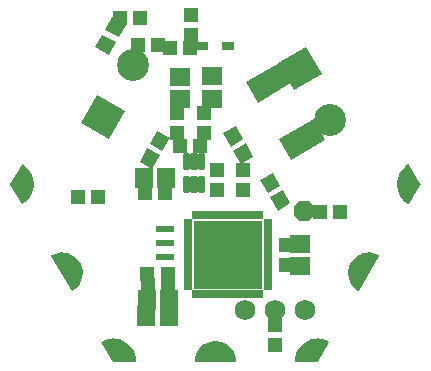
<source format=gbr>
G04 EAGLE Gerber RS-274X export*
G75*
%MOMM*%
%FSLAX34Y34*%
%LPD*%
%INSoldermask Bottom*%
%IPPOS*%
%AMOC8*
5,1,8,0,0,1.08239X$1,22.5*%
G01*
%ADD10R,1.303200X1.203200*%
%ADD11R,1.503200X1.703200*%
%ADD12R,1.603197X0.603200*%
%ADD13R,1.703200X1.503200*%
%ADD14R,1.203200X1.303200*%
%ADD15R,2.703200X2.703200*%
%ADD16C,2.703200*%
%ADD17C,0.301600*%
%ADD18R,1.003200X0.703200*%
%ADD19C,1.203200*%
%ADD20C,1.727200*%
%ADD21P,1.869504X8X22.500000*%
%ADD22R,0.753200X0.500381*%
%ADD23R,0.500381X0.753200*%
%ADD24R,5.803200X5.803200*%
%ADD25R,2.003200X3.403200*%

G36*
X16870Y160D02*
X16870Y160D01*
X16899Y158D01*
X16966Y180D01*
X17036Y194D01*
X17060Y211D01*
X17088Y220D01*
X17141Y266D01*
X17200Y307D01*
X17216Y331D01*
X17238Y350D01*
X17269Y414D01*
X17307Y474D01*
X17312Y503D01*
X17325Y529D01*
X17333Y628D01*
X17340Y670D01*
X17338Y681D01*
X17339Y695D01*
X17107Y3493D01*
X17097Y3526D01*
X17093Y3574D01*
X16404Y6296D01*
X16389Y6327D01*
X16377Y6374D01*
X15250Y8945D01*
X15230Y8974D01*
X15210Y9018D01*
X13675Y11368D01*
X13650Y11393D01*
X13624Y11434D01*
X11722Y13499D01*
X11694Y13520D01*
X11662Y13555D01*
X9446Y15280D01*
X9415Y15295D01*
X9377Y15325D01*
X6908Y16661D01*
X6874Y16671D01*
X6832Y16694D01*
X5646Y17101D01*
X4192Y17601D01*
X4177Y17606D01*
X4142Y17610D01*
X4097Y17626D01*
X1327Y18088D01*
X1293Y18087D01*
X1245Y18095D01*
X-1563Y18095D01*
X-1597Y18088D01*
X-1645Y18088D01*
X-4414Y17626D01*
X-4447Y17614D01*
X-4494Y17606D01*
X-7150Y16694D01*
X-7179Y16677D01*
X-7225Y16661D01*
X-9695Y15325D01*
X-9721Y15302D01*
X-9764Y15280D01*
X-11979Y13555D01*
X-12002Y13529D01*
X-12040Y13499D01*
X-13941Y11434D01*
X-13959Y11404D01*
X-13992Y11368D01*
X-15528Y9018D01*
X-15541Y8986D01*
X-15567Y8945D01*
X-16695Y6374D01*
X-16702Y6340D01*
X-16705Y6334D01*
X-16711Y6325D01*
X-16712Y6319D01*
X-16722Y6296D01*
X-17411Y3574D01*
X-17413Y3540D01*
X-17424Y3493D01*
X-17656Y695D01*
X-17653Y666D01*
X-17658Y637D01*
X-17641Y568D01*
X-17633Y498D01*
X-17618Y472D01*
X-17612Y444D01*
X-17570Y387D01*
X-17534Y325D01*
X-17511Y307D01*
X-17494Y284D01*
X-17433Y247D01*
X-17376Y204D01*
X-17348Y197D01*
X-17323Y182D01*
X-17225Y166D01*
X-17184Y155D01*
X-17172Y157D01*
X-17159Y155D01*
X16841Y155D01*
X16870Y160D01*
G37*
G36*
X-121552Y60464D02*
X-121552Y60464D01*
X-121481Y60461D01*
X-121454Y60471D01*
X-121425Y60473D01*
X-121334Y60515D01*
X-121295Y60530D01*
X-121287Y60538D01*
X-121274Y60544D01*
X-118970Y62143D01*
X-118946Y62168D01*
X-118907Y62196D01*
X-116898Y64153D01*
X-116878Y64181D01*
X-116844Y64215D01*
X-115184Y66476D01*
X-115170Y66507D01*
X-115141Y66546D01*
X-113877Y69049D01*
X-113867Y69082D01*
X-113846Y69125D01*
X-113010Y71803D01*
X-113007Y71837D01*
X-112992Y71883D01*
X-112609Y74661D01*
X-112611Y74696D01*
X-112604Y74744D01*
X-112683Y77547D01*
X-112691Y77581D01*
X-112693Y77629D01*
X-113232Y80381D01*
X-113245Y80413D01*
X-113255Y80460D01*
X-114240Y83086D01*
X-114255Y83111D01*
X-114260Y83131D01*
X-114268Y83141D01*
X-114275Y83161D01*
X-115679Y85589D01*
X-115702Y85615D01*
X-115726Y85656D01*
X-117510Y87820D01*
X-117537Y87842D01*
X-117568Y87879D01*
X-119684Y89719D01*
X-119714Y89737D01*
X-119750Y89768D01*
X-122140Y91235D01*
X-122173Y91247D01*
X-122214Y91273D01*
X-124813Y92326D01*
X-124847Y92333D01*
X-124892Y92351D01*
X-127629Y92962D01*
X-127663Y92963D01*
X-127710Y92973D01*
X-130511Y93126D01*
X-130545Y93121D01*
X-130593Y93124D01*
X-133380Y92813D01*
X-133413Y92803D01*
X-133461Y92798D01*
X-136159Y92033D01*
X-136190Y92017D01*
X-136237Y92004D01*
X-138772Y90805D01*
X-138796Y90788D01*
X-138823Y90777D01*
X-138874Y90729D01*
X-138931Y90686D01*
X-138946Y90661D01*
X-138967Y90641D01*
X-138996Y90576D01*
X-139032Y90514D01*
X-139035Y90485D01*
X-139047Y90459D01*
X-139048Y90388D01*
X-139057Y90317D01*
X-139049Y90289D01*
X-139049Y90260D01*
X-139014Y90167D01*
X-139003Y90126D01*
X-138996Y90117D01*
X-138991Y90104D01*
X-121991Y60704D01*
X-121972Y60682D01*
X-121959Y60656D01*
X-121906Y60608D01*
X-121859Y60555D01*
X-121833Y60542D01*
X-121811Y60523D01*
X-121744Y60500D01*
X-121680Y60469D01*
X-121651Y60468D01*
X-121623Y60459D01*
X-121552Y60464D01*
G37*
G36*
X121267Y60464D02*
X121267Y60464D01*
X121338Y60464D01*
X121365Y60475D01*
X121394Y60478D01*
X121456Y60513D01*
X121522Y60541D01*
X121542Y60561D01*
X121567Y60576D01*
X121631Y60652D01*
X121661Y60683D01*
X121665Y60693D01*
X121673Y60704D01*
X138673Y90104D01*
X138683Y90132D01*
X138699Y90155D01*
X138714Y90225D01*
X138737Y90292D01*
X138734Y90321D01*
X138741Y90350D01*
X138727Y90420D01*
X138721Y90491D01*
X138708Y90517D01*
X138702Y90545D01*
X138663Y90604D01*
X138630Y90667D01*
X138607Y90686D01*
X138591Y90710D01*
X138509Y90767D01*
X138477Y90794D01*
X138466Y90797D01*
X138455Y90805D01*
X135919Y92004D01*
X135885Y92012D01*
X135842Y92033D01*
X133144Y92798D01*
X133109Y92800D01*
X133063Y92813D01*
X130276Y93124D01*
X130241Y93121D01*
X130193Y93126D01*
X127393Y92973D01*
X127359Y92965D01*
X127311Y92962D01*
X124574Y92351D01*
X124543Y92337D01*
X124495Y92326D01*
X121896Y91273D01*
X121867Y91253D01*
X121823Y91235D01*
X119433Y89768D01*
X119407Y89745D01*
X119366Y89719D01*
X117250Y87879D01*
X117229Y87851D01*
X117193Y87820D01*
X115408Y85656D01*
X115392Y85626D01*
X115361Y85589D01*
X113957Y83161D01*
X113946Y83128D01*
X113939Y83115D01*
X113929Y83100D01*
X113929Y83098D01*
X113922Y83086D01*
X112937Y80460D01*
X112932Y80426D01*
X112915Y80381D01*
X112375Y77629D01*
X112375Y77594D01*
X112366Y77547D01*
X112287Y74744D01*
X112293Y74709D01*
X112291Y74661D01*
X112675Y71883D01*
X112686Y71850D01*
X112693Y71803D01*
X113528Y69125D01*
X113545Y69095D01*
X113559Y69049D01*
X114824Y66546D01*
X114845Y66519D01*
X114867Y66476D01*
X116526Y64215D01*
X116552Y64192D01*
X116580Y64153D01*
X118589Y62196D01*
X118618Y62177D01*
X118653Y62143D01*
X120957Y60544D01*
X120983Y60532D01*
X121006Y60514D01*
X121074Y60493D01*
X121139Y60465D01*
X121168Y60465D01*
X121196Y60457D01*
X121267Y60464D01*
G37*
G36*
X163568Y133664D02*
X163568Y133664D01*
X163639Y133664D01*
X163666Y133675D01*
X163695Y133679D01*
X163757Y133714D01*
X163823Y133741D01*
X163843Y133762D01*
X163868Y133776D01*
X163932Y133853D01*
X163961Y133884D01*
X163965Y133894D01*
X163974Y133905D01*
X173474Y150405D01*
X173484Y150436D01*
X173493Y150449D01*
X173497Y150474D01*
X173498Y150477D01*
X173529Y150548D01*
X173530Y150571D01*
X173537Y150593D01*
X173531Y150670D01*
X173532Y150747D01*
X173523Y150771D01*
X173521Y150792D01*
X173501Y150831D01*
X173474Y150903D01*
X163974Y167403D01*
X163955Y167425D01*
X163943Y167451D01*
X163890Y167499D01*
X163842Y167552D01*
X163816Y167565D01*
X163795Y167584D01*
X163727Y167607D01*
X163663Y167638D01*
X163634Y167639D01*
X163607Y167649D01*
X163536Y167644D01*
X163464Y167647D01*
X163437Y167637D01*
X163408Y167635D01*
X163318Y167593D01*
X163278Y167578D01*
X163270Y167570D01*
X163258Y167565D01*
X160734Y165823D01*
X160711Y165798D01*
X160672Y165772D01*
X158461Y163648D01*
X158441Y163620D01*
X158407Y163588D01*
X156565Y161137D01*
X156551Y161106D01*
X156522Y161069D01*
X155098Y158354D01*
X155088Y158322D01*
X155072Y158297D01*
X155071Y158289D01*
X155066Y158280D01*
X154095Y155371D01*
X154091Y155338D01*
X154076Y155293D01*
X153584Y152267D01*
X153585Y152233D01*
X153578Y152187D01*
X153578Y149121D01*
X153578Y149117D01*
X153578Y149115D01*
X153584Y149088D01*
X153584Y149087D01*
X153584Y149041D01*
X154076Y146014D01*
X154088Y145982D01*
X154095Y145936D01*
X155066Y143028D01*
X155083Y142998D01*
X155098Y142954D01*
X156522Y140239D01*
X156544Y140213D01*
X156565Y140171D01*
X158407Y137720D01*
X158433Y137697D01*
X158461Y137660D01*
X160672Y135535D01*
X160701Y135517D01*
X160734Y135485D01*
X163258Y133743D01*
X163284Y133732D01*
X163307Y133713D01*
X163375Y133693D01*
X163441Y133665D01*
X163469Y133665D01*
X163497Y133656D01*
X163568Y133664D01*
G37*
G36*
X-163853Y133664D02*
X-163853Y133664D01*
X-163782Y133660D01*
X-163755Y133671D01*
X-163726Y133673D01*
X-163635Y133715D01*
X-163595Y133730D01*
X-163587Y133737D01*
X-163575Y133743D01*
X-161052Y135485D01*
X-161028Y135509D01*
X-160989Y135535D01*
X-158778Y137660D01*
X-158759Y137687D01*
X-158725Y137720D01*
X-156883Y140171D01*
X-156868Y140202D01*
X-156840Y140239D01*
X-155415Y142954D01*
X-155406Y142986D01*
X-155384Y143028D01*
X-154413Y145936D01*
X-154408Y145970D01*
X-154393Y146014D01*
X-153901Y149041D01*
X-153903Y149074D01*
X-153895Y149121D01*
X-153895Y152187D01*
X-153902Y152220D01*
X-153901Y152267D01*
X-154393Y155293D01*
X-154405Y155325D01*
X-154413Y155371D01*
X-155384Y158280D01*
X-155397Y158303D01*
X-155403Y158328D01*
X-155409Y158337D01*
X-155415Y158354D01*
X-156840Y161069D01*
X-156861Y161095D01*
X-156883Y161137D01*
X-158725Y163588D01*
X-158750Y163610D01*
X-158778Y163648D01*
X-160989Y165772D01*
X-161018Y165790D01*
X-161052Y165823D01*
X-163575Y167565D01*
X-163602Y167576D01*
X-163624Y167594D01*
X-163692Y167615D01*
X-163758Y167643D01*
X-163787Y167643D01*
X-163815Y167651D01*
X-163886Y167643D01*
X-163957Y167643D01*
X-163983Y167632D01*
X-164012Y167629D01*
X-164075Y167594D01*
X-164140Y167566D01*
X-164160Y167545D01*
X-164186Y167531D01*
X-164249Y167454D01*
X-164279Y167424D01*
X-164283Y167413D01*
X-164291Y167403D01*
X-173791Y150903D01*
X-173816Y150830D01*
X-173847Y150759D01*
X-173847Y150736D01*
X-173854Y150714D01*
X-173848Y150638D01*
X-173849Y150561D01*
X-173840Y150536D01*
X-173839Y150516D01*
X-173818Y150476D01*
X-173799Y150424D01*
X-173797Y150419D01*
X-173796Y150417D01*
X-173791Y150405D01*
X-164291Y133905D01*
X-164272Y133883D01*
X-164260Y133857D01*
X-164207Y133809D01*
X-164160Y133756D01*
X-164134Y133743D01*
X-164112Y133724D01*
X-164045Y133700D01*
X-163981Y133670D01*
X-163952Y133668D01*
X-163924Y133659D01*
X-163853Y133664D01*
G37*
G36*
X86517Y170D02*
X86517Y170D01*
X86595Y179D01*
X86614Y190D01*
X86636Y194D01*
X86700Y238D01*
X86768Y276D01*
X86784Y296D01*
X86800Y307D01*
X86824Y344D01*
X86874Y405D01*
X96374Y16905D01*
X96383Y16932D01*
X96399Y16955D01*
X96414Y17026D01*
X96437Y17093D01*
X96435Y17122D01*
X96441Y17150D01*
X96427Y17220D01*
X96421Y17292D01*
X96408Y17317D01*
X96402Y17345D01*
X96362Y17404D01*
X96329Y17468D01*
X96307Y17486D01*
X96291Y17510D01*
X96208Y17568D01*
X96176Y17594D01*
X96166Y17597D01*
X96155Y17605D01*
X93389Y18914D01*
X93356Y18922D01*
X93314Y18942D01*
X90374Y19790D01*
X90340Y19792D01*
X90295Y19806D01*
X87257Y20171D01*
X87223Y20168D01*
X87177Y20174D01*
X84119Y20047D01*
X84086Y20039D01*
X84040Y20037D01*
X81042Y19422D01*
X81011Y19408D01*
X80965Y19399D01*
X78105Y18311D01*
X78077Y18293D01*
X78033Y18276D01*
X75385Y16743D01*
X75359Y16721D01*
X75319Y16697D01*
X72951Y14759D01*
X72929Y14733D01*
X72893Y14704D01*
X70867Y12411D01*
X70850Y12382D01*
X70819Y12347D01*
X69186Y9759D01*
X69174Y9727D01*
X69149Y9687D01*
X67953Y6871D01*
X67946Y6838D01*
X67943Y6831D01*
X67939Y6824D01*
X67938Y6819D01*
X67928Y6795D01*
X67199Y3823D01*
X67198Y3789D01*
X67186Y3744D01*
X66944Y693D01*
X66947Y665D01*
X66942Y637D01*
X66959Y567D01*
X66968Y496D01*
X66982Y471D01*
X66988Y444D01*
X67031Y386D01*
X67067Y324D01*
X67089Y306D01*
X67106Y284D01*
X67168Y247D01*
X67225Y204D01*
X67253Y197D01*
X67277Y182D01*
X67377Y165D01*
X67418Y155D01*
X67429Y157D01*
X67441Y155D01*
X86441Y155D01*
X86517Y170D01*
G37*
G36*
X-67731Y160D02*
X-67731Y160D01*
X-67703Y158D01*
X-67634Y180D01*
X-67564Y194D01*
X-67540Y210D01*
X-67514Y219D01*
X-67459Y266D01*
X-67400Y307D01*
X-67385Y330D01*
X-67363Y349D01*
X-67332Y414D01*
X-67293Y474D01*
X-67288Y502D01*
X-67276Y528D01*
X-67267Y629D01*
X-67260Y670D01*
X-67262Y680D01*
X-67261Y693D01*
X-67504Y3744D01*
X-67513Y3776D01*
X-67516Y3823D01*
X-68245Y6795D01*
X-68260Y6825D01*
X-68271Y6871D01*
X-69466Y9687D01*
X-69486Y9715D01*
X-69504Y9759D01*
X-71136Y12347D01*
X-71160Y12371D01*
X-71184Y12411D01*
X-73211Y14704D01*
X-73238Y14724D01*
X-73268Y14759D01*
X-75636Y16697D01*
X-75666Y16713D01*
X-75702Y16743D01*
X-78350Y18276D01*
X-78383Y18287D01*
X-78423Y18311D01*
X-81283Y19399D01*
X-81316Y19405D01*
X-81360Y19422D01*
X-84357Y20037D01*
X-84391Y20037D01*
X-84437Y20047D01*
X-87494Y20174D01*
X-87527Y20169D01*
X-87574Y20171D01*
X-90612Y19806D01*
X-90645Y19795D01*
X-90691Y19790D01*
X-93631Y18942D01*
X-93661Y18926D01*
X-93706Y18914D01*
X-96472Y17605D01*
X-96495Y17588D01*
X-96522Y17578D01*
X-96574Y17529D01*
X-96631Y17486D01*
X-96646Y17461D01*
X-96667Y17442D01*
X-96696Y17376D01*
X-96732Y17314D01*
X-96735Y17286D01*
X-96747Y17259D01*
X-96748Y17188D01*
X-96757Y17117D01*
X-96749Y17089D01*
X-96749Y17061D01*
X-96714Y16966D01*
X-96703Y16925D01*
X-96696Y16917D01*
X-96691Y16905D01*
X-87191Y405D01*
X-87140Y346D01*
X-87094Y284D01*
X-87075Y272D01*
X-87060Y256D01*
X-86990Y222D01*
X-86923Y182D01*
X-86898Y178D01*
X-86881Y170D01*
X-86836Y168D01*
X-86759Y155D01*
X-67759Y155D01*
X-67731Y160D01*
G37*
D10*
X88020Y127318D03*
X105020Y127318D03*
D11*
X-39554Y38894D03*
X-58554Y38894D03*
D12*
X-43021Y89124D03*
X-43021Y101124D03*
X-43021Y113124D03*
D10*
X50006Y14836D03*
X50006Y31836D03*
D13*
X71755Y81464D03*
X71755Y100464D03*
D11*
X-39459Y52705D03*
X-58459Y52705D03*
D14*
X59373Y82464D03*
X59373Y99464D03*
D10*
X-40713Y74771D03*
X-57713Y74771D03*
X-40554Y65405D03*
X-57554Y65405D03*
D14*
X-116926Y140018D03*
X-99926Y140018D03*
D15*
G36*
X-76946Y212661D02*
X-90462Y189251D01*
X-113872Y202767D01*
X-100356Y226177D01*
X-76946Y212661D01*
G37*
D16*
X-70009Y251708D03*
D15*
G36*
X66309Y230399D02*
X52793Y253809D01*
X76203Y267325D01*
X89719Y243915D01*
X66309Y230399D01*
G37*
D16*
X96656Y204868D03*
D10*
G36*
X56895Y145848D02*
X63411Y134562D01*
X52991Y128546D01*
X46475Y139832D01*
X56895Y145848D01*
G37*
G36*
X48395Y160570D02*
X54911Y149284D01*
X44491Y143268D01*
X37975Y154554D01*
X48395Y160570D01*
G37*
D14*
X-48991Y268263D03*
X-65991Y268263D03*
X-63653Y291597D03*
X-80653Y291597D03*
X-21863Y266310D03*
X-38863Y266310D03*
D17*
X-10279Y156249D02*
X-10279Y145333D01*
X-13295Y145333D01*
X-13295Y156249D01*
X-10279Y156249D01*
X-10279Y148198D02*
X-13295Y148198D01*
X-13295Y151063D02*
X-10279Y151063D01*
X-10279Y153928D02*
X-13295Y153928D01*
X-16779Y156249D02*
X-16779Y145333D01*
X-19795Y145333D01*
X-19795Y156249D01*
X-16779Y156249D01*
X-16779Y148198D02*
X-19795Y148198D01*
X-19795Y151063D02*
X-16779Y151063D01*
X-16779Y153928D02*
X-19795Y153928D01*
X-23279Y156249D02*
X-23279Y145333D01*
X-26295Y145333D01*
X-26295Y156249D01*
X-23279Y156249D01*
X-23279Y148198D02*
X-26295Y148198D01*
X-26295Y151063D02*
X-23279Y151063D01*
X-23279Y153928D02*
X-26295Y153928D01*
X-26295Y164533D02*
X-26295Y175449D01*
X-23279Y175449D01*
X-23279Y164533D01*
X-26295Y164533D01*
X-26295Y167398D02*
X-23279Y167398D01*
X-23279Y170263D02*
X-26295Y170263D01*
X-26295Y173128D02*
X-23279Y173128D01*
X-19795Y175449D02*
X-19795Y164533D01*
X-19795Y175449D02*
X-16779Y175449D01*
X-16779Y164533D01*
X-19795Y164533D01*
X-19795Y167398D02*
X-16779Y167398D01*
X-16779Y170263D02*
X-19795Y170263D01*
X-19795Y173128D02*
X-16779Y173128D01*
X-13295Y175449D02*
X-13295Y164533D01*
X-13295Y175449D02*
X-10279Y175449D01*
X-10279Y164533D01*
X-13295Y164533D01*
X-13295Y167398D02*
X-10279Y167398D01*
X-10279Y170263D02*
X-13295Y170263D01*
X-13295Y173128D02*
X-10279Y173128D01*
D10*
X-30038Y183318D03*
X-13038Y183318D03*
G36*
X-47425Y175212D02*
X-53941Y163926D01*
X-64361Y169942D01*
X-57845Y181228D01*
X-47425Y175212D01*
G37*
G36*
X-38925Y189934D02*
X-45441Y178648D01*
X-55861Y184664D01*
X-49345Y195950D01*
X-38925Y189934D01*
G37*
G36*
X12967Y182711D02*
X6451Y193997D01*
X16871Y200013D01*
X23387Y188727D01*
X12967Y182711D01*
G37*
G36*
X21467Y167988D02*
X14951Y179274D01*
X25371Y185290D01*
X31887Y174004D01*
X21467Y167988D01*
G37*
X-32962Y211228D03*
X-32962Y194228D03*
X-9450Y210966D03*
X-9450Y193966D03*
D13*
X-30565Y241914D03*
X-30565Y222914D03*
X-2740Y242277D03*
X-2740Y223277D03*
D14*
X23231Y146218D03*
X23231Y163218D03*
D10*
X1246Y163245D03*
X1246Y146245D03*
X-42731Y143587D03*
X-59731Y143587D03*
D18*
X10489Y268241D03*
X-11511Y268241D03*
D10*
X-20712Y293839D03*
X-20712Y276839D03*
D19*
X165041Y150654D03*
X82441Y7554D03*
X-82759Y7554D03*
X-165359Y150654D03*
X123741Y79154D03*
X-159Y7554D03*
X-124059Y79154D03*
D14*
G36*
X-93437Y281675D02*
X-87421Y292095D01*
X-76135Y285579D01*
X-82151Y275159D01*
X-93437Y281675D01*
G37*
G36*
X-101937Y266952D02*
X-95921Y277372D01*
X-84635Y270856D01*
X-90651Y260436D01*
X-101937Y266952D01*
G37*
D20*
X24606Y44450D03*
X50006Y44450D03*
X75406Y44450D03*
D21*
X74793Y127788D03*
D22*
X-23481Y63774D03*
X-23481Y68775D03*
X-23481Y73777D03*
X-23481Y78778D03*
X-23481Y83779D03*
X-23481Y88780D03*
X-23481Y93782D03*
X-23481Y98783D03*
X-23481Y103784D03*
X-23481Y108785D03*
X-23481Y113787D03*
X-23481Y118788D03*
D23*
X-17188Y125081D03*
X-12187Y125081D03*
X-7185Y125081D03*
X-2184Y125081D03*
X2817Y125081D03*
X7818Y125081D03*
X12820Y125081D03*
X17821Y125081D03*
X22822Y125081D03*
X27823Y125081D03*
X32825Y125081D03*
X37826Y125081D03*
D22*
X44119Y118788D03*
X44119Y113787D03*
X44119Y108785D03*
X44119Y103784D03*
X44119Y98783D03*
X44119Y93782D03*
X44119Y88780D03*
X44119Y83779D03*
X44119Y78778D03*
X44119Y73777D03*
X44119Y68775D03*
X44119Y63774D03*
D23*
X37826Y57481D03*
X32825Y57481D03*
X27823Y57481D03*
X22822Y57481D03*
X17821Y57481D03*
X12820Y57481D03*
X7818Y57481D03*
X2817Y57481D03*
X-2184Y57481D03*
X-7185Y57481D03*
X-12187Y57481D03*
X-17188Y57481D03*
D24*
X10319Y91281D03*
D11*
X-41729Y155990D03*
X-60729Y155990D03*
D25*
G36*
X35513Y219927D02*
X25497Y237275D01*
X54969Y254291D01*
X64985Y236943D01*
X35513Y219927D01*
G37*
G36*
X63513Y171429D02*
X53497Y188777D01*
X82969Y205793D01*
X92985Y188445D01*
X63513Y171429D01*
G37*
M02*

</source>
